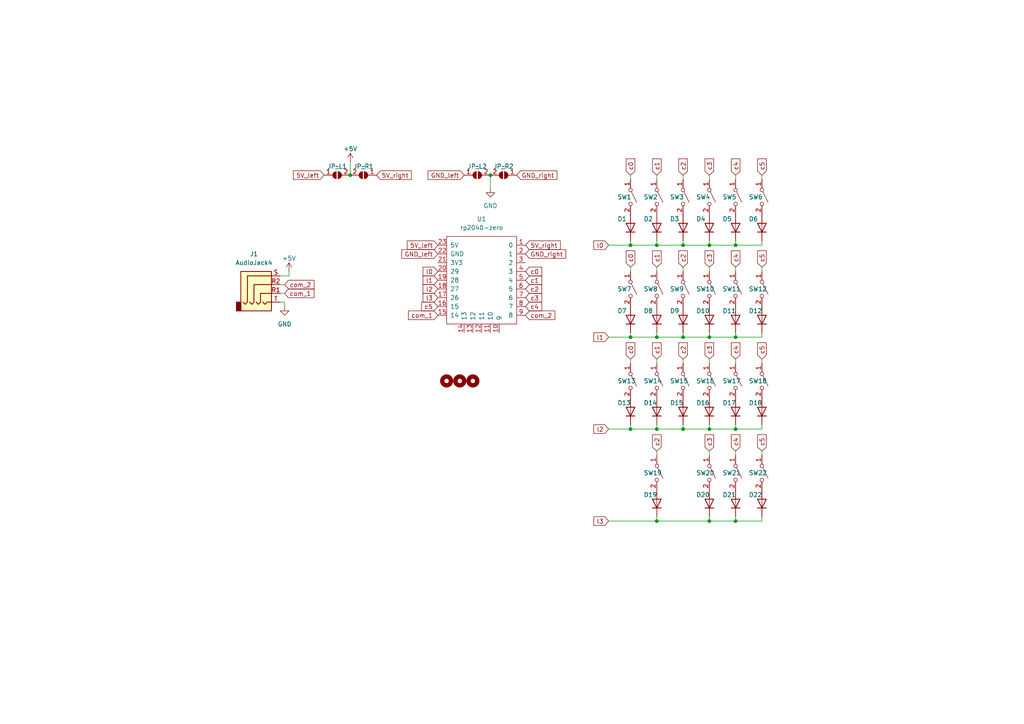
<source format=kicad_sch>
(kicad_sch (version 20230121) (generator eeschema)
  (paper "A4")
  (lib_symbols
    (symbol "Connector_Audio:AudioJack4"
      (property "Reference" "J" (at 0 8.89 0))
      (property "Value" "AudioJack4" (at 0 6.35 0))
      (symbol "AudioJack4_0_1"
        (rectangle (start -6.35 -5.08) (end -7.62 -7.62) (stroke (width 0.254)) (fill (type outline)))
        (polyline (pts (xy 0 -5.08) (xy 0.635 -5.715) (xy 1.27 -5.08) (xy 2.54 -5.08)) (stroke (width 0.254)))
        (polyline (pts (xy -5.715 -5.08) (xy -5.08 -5.715) (xy -4.445 -5.08) (xy -4.445 2.54) (xy 2.54 2.54)) (stroke (width 0.254)))
        (polyline (pts (xy -1.905 -5.08) (xy -1.27 -5.715) (xy -0.635 -5.08) (xy -0.635 -2.54) (xy 2.54 -2.54)) (stroke (width 0.254)))
        (polyline (pts (xy 2.54 0) (xy -2.54 0) (xy -2.54 -5.08) (xy -3.175 -5.715) (xy -3.81 -5.08)) (stroke (width 0.254)))
        (rectangle (start 2.54 3.81) (end -6.35 -7.62) (stroke (width 0.254)) (fill (type background)))
      )
      (symbol "AudioJack4_1_1"
        (pin passive line (at 5.08 -2.54 180) (length 2.54) (name "~") (number "R1"))
        (pin passive line (at 5.08 0 180) (length 2.54) (name "~") (number "R2"))
        (pin passive line (at 5.08 2.54 180) (length 2.54) (name "~") (number "S"))
        (pin passive line (at 5.08 -5.08 180) (length 2.54) (name "~") (number "T"))
      )
    )
    (symbol "Diode:1N4148" (pin_numbers hide) (pin_names hide)
      (property "Reference" "D" (at 0 2.54 0))
      (property "Value" "1N4148" (at 0 -2.54 0))
      (symbol "1N4148_0_1"
        (polyline (pts (xy -1.27 1.27) (xy -1.27 -1.27)) (stroke (width 0.254)))
        (polyline (pts (xy 1.27 0) (xy -1.27 0)))
        (polyline (pts (xy 1.27 1.27) (xy 1.27 -1.27) (xy -1.27 0) (xy 1.27 1.27)) (stroke (width 0.254)))
      )
      (symbol "1N4148_1_1"
        (pin passive line (at -3.81 0 0) (length 2.54) (name "K") (number "1"))
        (pin passive line (at 3.81 0 180) (length 2.54) (name "A") (number "2"))
      )
    )
    (symbol "Jumper:SolderJumper_2_Open" (pin_names (offset 0) hide)
      (property "Reference" "JP" (at 0 2.032 0))
      (property "Value" "SolderJumper_2_Open" (at 0 -2.54 0))
      (symbol "SolderJumper_2_Open_0_1"
        (arc (start -0.254 1.016) (mid -1.2656 0) (end -0.254 -1.016))
        (arc (start -0.254 1.016) (mid -1.2656 0) (end -0.254 -1.016) (fill (type outline)))
        (polyline (pts (xy -0.254 1.016) (xy -0.254 -1.016)))
        (polyline (pts (xy 0.254 1.016) (xy 0.254 -1.016)))
        (arc (start 0.254 -1.016) (mid 1.2656 0) (end 0.254 1.016))
        (arc (start 0.254 -1.016) (mid 1.2656 0) (end 0.254 1.016) (fill (type outline)))
      )
      (symbol "SolderJumper_2_Open_1_1"
        (pin passive line (at -3.81 0 0) (length 2.54) (name "A") (number "1"))
        (pin passive line (at 3.81 0 180) (length 2.54) (name "B") (number "2"))
      )
    )
    (symbol "Mechanical:MountingHole" (pin_names (offset 1.016))
      (property "Reference" "H" (at 0 5.08 0))
      (property "Value" "MountingHole" (at 0 3.175 0))
      (symbol "MountingHole_0_1"
        (circle (center 0 0) (radius 1.27) (stroke (width 1.27)))
      )
    )
    (symbol "Switch:SW_SPST" (pin_names (offset 0) hide)
      (property "Reference" "SW" (at 0 3.175 0))
      (property "Value" "SW_SPST" (at 0 -2.54 0))
      (symbol "SW_SPST_0_0"
        (circle (center -2.032 0) (radius 0.508))
        (polyline (pts (xy -1.524 0.254) (xy 1.524 1.778)))
        (circle (center 2.032 0) (radius 0.508))
      )
      (symbol "SW_SPST_1_1"
        (pin passive line (at -5.08 0 0) (length 2.54) (name "A") (number "1"))
        (pin passive line (at 5.08 0 180) (length 2.54) (name "B") (number "2"))
      )
    )
    (symbol "mcu:rp2040-zero" (pin_names (offset 1.016))
      (property "Reference" "U" (at 0 15.24 0))
      (property "Value" "rp2040-zero" (at 0 12.7 0))
      (symbol "rp2040-zero_0_1"
        (rectangle (start -10.16 11.43) (end 10.16 -13.97))
      )
      (symbol "rp2040-zero_1_1"
        (pin bidirectional line (at 12.7 8.89 180) (length 2.54) (name "0") (number "1"))
        (pin bidirectional line (at 5.08 -16.51 90) (length 2.54) (name "9") (number "10"))
        (pin bidirectional line (at 2.54 -16.51 90) (length 2.54) (name "10") (number "11"))
        (pin bidirectional line (at 0 -16.51 90) (length 2.54) (name "11") (number "12"))
        (pin bidirectional line (at -2.54 -16.51 90) (length 2.54) (name "12") (number "13"))
        (pin bidirectional line (at -5.08 -16.51 90) (length 2.54) (name "13") (number "14"))
        (pin bidirectional line (at -12.7 -11.43 0) (length 2.54) (name "14") (number "15"))
        (pin bidirectional line (at -12.7 -8.89 0) (length 2.54) (name "15") (number "16"))
        (pin bidirectional line (at -12.7 -6.35 0) (length 2.54) (name "26") (number "17"))
        (pin bidirectional line (at -12.7 -3.81 0) (length 2.54) (name "27") (number "18"))
        (pin bidirectional line (at -12.7 -1.27 0) (length 2.54) (name "28") (number "19"))
        (pin bidirectional line (at 12.7 6.35 180) (length 2.54) (name "1") (number "2"))
        (pin bidirectional line (at -12.7 1.27 0) (length 2.54) (name "29") (number "20"))
        (pin power_out line (at -12.7 3.81 0) (length 2.54) (name "3V3") (number "21"))
        (pin power_out line (at -12.7 6.35 0) (length 2.54) (name "GND") (number "22"))
        (pin power_out line (at -12.7 8.89 0) (length 2.54) (name "5V") (number "23"))
        (pin bidirectional line (at 12.7 3.81 180) (length 2.54) (name "2") (number "3"))
        (pin bidirectional line (at 12.7 1.27 180) (length 2.54) (name "3") (number "4"))
        (pin bidirectional line (at 12.7 -1.27 180) (length 2.54) (name "4") (number "5"))
        (pin bidirectional line (at 12.7 -3.81 180) (length 2.54) (name "5") (number "6"))
        (pin bidirectional line (at 12.7 -6.35 180) (length 2.54) (name "6") (number "7"))
        (pin bidirectional line (at 12.7 -8.89 180) (length 2.54) (name "7") (number "8"))
        (pin bidirectional line (at 12.7 -11.43 180) (length 2.54) (name "8") (number "9"))
      )
    )
    (symbol "power:+5V" (power) (pin_names (offset 0))
      (property "Value" "+5V" (at 0 3.556 0))
      (symbol "+5V_0_1"
        (polyline (pts (xy -0.762 1.27) (xy 0 2.54)))
        (polyline (pts (xy 0 0) (xy 0 2.54)))
        (polyline (pts (xy 0 2.54) (xy 0.762 1.27)))
      )
      (symbol "+5V_1_1"
        (pin power_in line (at 0 0 90) (length 0) hide (name "+5V") (number "1"))
      )
    )
    (symbol "power:GND" (power) (pin_names (offset 0))
      (property "Value" "GND" (at 0 -3.81 0))
      (symbol "GND_0_1"
        (polyline (pts (xy 0 0) (xy 0 -1.27) (xy 1.27 -1.27) (xy 0 -2.54) (xy -1.27 -1.27) (xy 0 -1.27)))
      )
      (symbol "GND_1_1"
        (pin power_in line (at 0 0 270) (length 0) hide (name "GND") (number "1"))
      )
    )
  )
  (junction (at 198.12 71.12))
  (junction (at 142.24 50.8))
  (junction (at 213.36 151.13))
  (junction (at 190.5 124.46))
  (junction (at 198.12 97.79))
  (junction (at 190.5 151.13))
  (junction (at 213.36 124.46))
  (junction (at 190.5 71.12))
  (junction (at 213.36 97.79))
  (junction (at 182.88 124.46))
  (junction (at 205.74 97.79))
  (junction (at 198.12 124.46))
  (junction (at 205.74 71.12))
  (junction (at 101.6 50.8))
  (junction (at 205.74 151.13))
  (junction (at 205.74 124.46))
  (junction (at 213.36 71.12))
  (junction (at 182.88 97.79))
  (junction (at 190.5 97.79))
  (junction (at 182.88 71.12))
  (wire (pts (xy 205.74 71.12) (xy 213.36 71.12)))
  (wire (pts (xy 220.98 77.47) (xy 220.98 78.74)))
  (wire (pts (xy 198.12 50.8) (xy 198.12 52.07)))
  (wire (pts (xy 176.53 151.13) (xy 190.5 151.13)))
  (wire (pts (xy 205.74 124.46) (xy 213.36 124.46)))
  (wire (pts (xy 213.36 149.86) (xy 213.36 151.13)))
  (wire (pts (xy 182.88 97.79) (xy 190.5 97.79)))
  (wire (pts (xy 198.12 69.85) (xy 198.12 71.12)))
  (wire (pts (xy 83.82 80.01) (xy 81.28 80.01)))
  (wire (pts (xy 220.98 50.8) (xy 220.98 52.07)))
  (wire (pts (xy 182.88 69.85) (xy 182.88 71.12)))
  (wire (pts (xy 101.6 46.99) (xy 101.6 50.8)))
  (wire (pts (xy 205.74 50.8) (xy 205.74 52.07)))
  (wire (pts (xy 220.98 149.86) (xy 220.98 151.13)))
  (wire (pts (xy 190.5 97.79) (xy 198.12 97.79)))
  (wire (pts (xy 213.36 96.52) (xy 213.36 97.79)))
  (wire (pts (xy 205.74 69.85) (xy 205.74 71.12)))
  (wire (pts (xy 205.74 151.13) (xy 213.36 151.13)))
  (wire (pts (xy 198.12 123.19) (xy 198.12 124.46)))
  (wire (pts (xy 190.5 77.47) (xy 190.5 78.74)))
  (wire (pts (xy 182.88 96.52) (xy 182.88 97.79)))
  (wire (pts (xy 176.53 124.46) (xy 182.88 124.46)))
  (wire (pts (xy 190.5 151.13) (xy 205.74 151.13)))
  (wire (pts (xy 213.36 130.81) (xy 213.36 132.08)))
  (wire (pts (xy 213.36 77.47) (xy 213.36 78.74)))
  (wire (pts (xy 182.88 123.19) (xy 182.88 124.46)))
  (wire (pts (xy 205.74 149.86) (xy 205.74 151.13)))
  (wire (pts (xy 213.36 104.14) (xy 213.36 105.41)))
  (wire (pts (xy 176.53 97.79) (xy 182.88 97.79)))
  (wire (pts (xy 213.36 124.46) (xy 220.98 124.46)))
  (wire (pts (xy 182.88 71.12) (xy 190.5 71.12)))
  (wire (pts (xy 205.74 104.14) (xy 205.74 105.41)))
  (wire (pts (xy 190.5 69.85) (xy 190.5 71.12)))
  (wire (pts (xy 213.36 71.12) (xy 220.98 71.12)))
  (wire (pts (xy 81.28 87.63) (xy 82.55 87.63)))
  (wire (pts (xy 182.88 77.47) (xy 182.88 78.74)))
  (wire (pts (xy 190.5 149.86) (xy 190.5 151.13)))
  (wire (pts (xy 198.12 71.12) (xy 205.74 71.12)))
  (wire (pts (xy 205.74 97.79) (xy 213.36 97.79)))
  (wire (pts (xy 190.5 96.52) (xy 190.5 97.79)))
  (wire (pts (xy 213.36 151.13) (xy 220.98 151.13)))
  (wire (pts (xy 198.12 97.79) (xy 205.74 97.79)))
  (wire (pts (xy 83.82 78.74) (xy 83.82 80.01)))
  (wire (pts (xy 198.12 104.14) (xy 198.12 105.41)))
  (wire (pts (xy 213.36 50.8) (xy 213.36 52.07)))
  (wire (pts (xy 190.5 123.19) (xy 190.5 124.46)))
  (wire (pts (xy 205.74 77.47) (xy 205.74 78.74)))
  (wire (pts (xy 220.98 130.81) (xy 220.98 132.08)))
  (wire (pts (xy 182.88 124.46) (xy 190.5 124.46)))
  (wire (pts (xy 220.98 96.52) (xy 220.98 97.79)))
  (wire (pts (xy 220.98 69.85) (xy 220.98 71.12)))
  (wire (pts (xy 213.36 69.85) (xy 213.36 71.12)))
  (wire (pts (xy 142.24 50.8) (xy 142.24 54.61)))
  (wire (pts (xy 182.88 104.14) (xy 182.88 105.41)))
  (wire (pts (xy 213.36 123.19) (xy 213.36 124.46)))
  (wire (pts (xy 190.5 50.8) (xy 190.5 52.07)))
  (wire (pts (xy 81.28 85.09) (xy 82.55 85.09)))
  (wire (pts (xy 198.12 124.46) (xy 205.74 124.46)))
  (wire (pts (xy 220.98 104.14) (xy 220.98 105.41)))
  (wire (pts (xy 220.98 123.19) (xy 220.98 124.46)))
  (wire (pts (xy 205.74 96.52) (xy 205.74 97.79)))
  (wire (pts (xy 82.55 87.63) (xy 82.55 88.9)))
  (wire (pts (xy 190.5 71.12) (xy 198.12 71.12)))
  (wire (pts (xy 213.36 97.79) (xy 220.98 97.79)))
  (wire (pts (xy 182.88 50.8) (xy 182.88 52.07)))
  (wire (pts (xy 81.28 82.55) (xy 82.55 82.55)))
  (wire (pts (xy 205.74 130.81) (xy 205.74 132.08)))
  (wire (pts (xy 190.5 104.14) (xy 190.5 105.41)))
  (wire (pts (xy 198.12 96.52) (xy 198.12 97.79)))
  (wire (pts (xy 190.5 130.81) (xy 190.5 132.08)))
  (wire (pts (xy 176.53 71.12) (xy 182.88 71.12)))
  (wire (pts (xy 190.5 124.46) (xy 198.12 124.46)))
  (wire (pts (xy 198.12 77.47) (xy 198.12 78.74)))
  (wire (pts (xy 205.74 123.19) (xy 205.74 124.46)))
  (global_label "c4" (shape input) (at 213.36 50.8 90) (property "Intersheetrefs" "${INTERSHEET_REFS}" (effects hide)))
  (global_label "l2" (shape input) (at 176.53 124.46 180) (property "Intersheetrefs" "${INTERSHEET_REFS}" (effects hide)))
  (global_label "c5" (shape input) (at 220.98 50.8 90) (property "Intersheetrefs" "${INTERSHEET_REFS}" (effects hide)))
  (global_label "c4" (shape input) (at 213.36 104.14 90) (property "Intersheetrefs" "${INTERSHEET_REFS}" (effects hide)))
  (global_label "c0" (shape input) (at 182.88 50.8 90) (property "Intersheetrefs" "${INTERSHEET_REFS}" (effects hide)))
  (global_label "com_1" (shape input) (at 82.55 85.09 0) (property "Intersheetrefs" "${INTERSHEET_REFS}" (effects hide)))
  (global_label "c3" (shape input) (at 205.74 77.47 90) (property "Intersheetrefs" "${INTERSHEET_REFS}" (effects hide)))
  (global_label "com_2" (shape input) (at 152.4 91.44 0) (property "Intersheetrefs" "${INTERSHEET_REFS}" (effects hide)))
  (global_label "l1" (shape input) (at 176.53 97.79 180) (property "Intersheetrefs" "${INTERSHEET_REFS}" (effects hide)))
  (global_label "GND_right" (shape input) (at 149.86 50.8 0) (property "Intersheetrefs" "${INTERSHEET_REFS}" (effects hide)))
  (global_label "l1" (shape input) (at 127 81.28 180) (property "Intersheetrefs" "${INTERSHEET_REFS}" (effects hide)))
  (global_label "5V_left" (shape input) (at 127 71.12 180) (property "Intersheetrefs" "${INTERSHEET_REFS}" (effects hide)))
  (global_label "c2" (shape input) (at 190.5 130.81 90) (property "Intersheetrefs" "${INTERSHEET_REFS}" (effects hide)))
  (global_label "c2" (shape input) (at 198.12 50.8 90) (property "Intersheetrefs" "${INTERSHEET_REFS}" (effects hide)))
  (global_label "c5" (shape input) (at 220.98 104.14 90) (property "Intersheetrefs" "${INTERSHEET_REFS}" (effects hide)))
  (global_label "5V_right" (shape input) (at 109.22 50.8 0) (property "Intersheetrefs" "${INTERSHEET_REFS}" (effects hide)))
  (global_label "l0" (shape input) (at 127 78.74 180) (property "Intersheetrefs" "${INTERSHEET_REFS}" (effects hide)))
  (global_label "GND_left" (shape input) (at 127 73.66 180) (property "Intersheetrefs" "${INTERSHEET_REFS}" (effects hide)))
  (global_label "c5" (shape input) (at 127 88.9 180) (property "Intersheetrefs" "${INTERSHEET_REFS}" (effects hide)))
  (global_label "c2" (shape input) (at 198.12 104.14 90) (property "Intersheetrefs" "${INTERSHEET_REFS}" (effects hide)))
  (global_label "c4" (shape input) (at 213.36 130.81 90) (property "Intersheetrefs" "${INTERSHEET_REFS}" (effects hide)))
  (global_label "c2" (shape input) (at 198.12 77.47 90) (property "Intersheetrefs" "${INTERSHEET_REFS}" (effects hide)))
  (global_label "c0" (shape input) (at 182.88 104.14 90) (property "Intersheetrefs" "${INTERSHEET_REFS}" (effects hide)))
  (global_label "GND_right" (shape input) (at 152.4 73.66 0) (property "Intersheetrefs" "${INTERSHEET_REFS}" (effects hide)))
  (global_label "c1" (shape input) (at 190.5 104.14 90) (property "Intersheetrefs" "${INTERSHEET_REFS}" (effects hide)))
  (global_label "l3" (shape input) (at 127 86.36 180) (property "Intersheetrefs" "${INTERSHEET_REFS}" (effects hide)))
  (global_label "l3" (shape input) (at 176.53 151.13 180) (property "Intersheetrefs" "${INTERSHEET_REFS}" (effects hide)))
  (global_label "c4" (shape input) (at 213.36 77.47 90) (property "Intersheetrefs" "${INTERSHEET_REFS}" (effects hide)))
  (global_label "5V_right" (shape input) (at 152.4 71.12 0) (property "Intersheetrefs" "${INTERSHEET_REFS}" (effects hide)))
  (global_label "com_2" (shape input) (at 82.55 82.55 0) (property "Intersheetrefs" "${INTERSHEET_REFS}" (effects hide)))
  (global_label "l2" (shape input) (at 127 83.82 180) (property "Intersheetrefs" "${INTERSHEET_REFS}" (effects hide)))
  (global_label "c0" (shape input) (at 152.4 78.74 0) (property "Intersheetrefs" "${INTERSHEET_REFS}" (effects hide)))
  (global_label "c2" (shape input) (at 152.4 83.82 0) (property "Intersheetrefs" "${INTERSHEET_REFS}" (effects hide)))
  (global_label "c3" (shape input) (at 205.74 104.14 90) (property "Intersheetrefs" "${INTERSHEET_REFS}" (effects hide)))
  (global_label "c1" (shape input) (at 190.5 77.47 90) (property "Intersheetrefs" "${INTERSHEET_REFS}" (effects hide)))
  (global_label "c1" (shape input) (at 190.5 50.8 90) (property "Intersheetrefs" "${INTERSHEET_REFS}" (effects hide)))
  (global_label "l0" (shape input) (at 176.53 71.12 180) (property "Intersheetrefs" "${INTERSHEET_REFS}" (effects hide)))
  (global_label "5V_left" (shape input) (at 93.98 50.8 180) (property "Intersheetrefs" "${INTERSHEET_REFS}" (effects hide)))
  (global_label "c1" (shape input) (at 152.4 81.28 0) (property "Intersheetrefs" "${INTERSHEET_REFS}" (effects hide)))
  (global_label "com_1" (shape input) (at 127 91.44 180) (property "Intersheetrefs" "${INTERSHEET_REFS}" (effects hide)))
  (global_label "c3" (shape input) (at 205.74 130.81 90) (property "Intersheetrefs" "${INTERSHEET_REFS}" (effects hide)))
  (global_label "c3" (shape input) (at 152.4 86.36 0) (property "Intersheetrefs" "${INTERSHEET_REFS}" (effects hide)))
  (global_label "c5" (shape input) (at 220.98 130.81 90) (property "Intersheetrefs" "${INTERSHEET_REFS}" (effects hide)))
  (global_label "c5" (shape input) (at 220.98 77.47 90) (property "Intersheetrefs" "${INTERSHEET_REFS}" (effects hide)))
  (global_label "c0" (shape input) (at 182.88 77.47 90) (property "Intersheetrefs" "${INTERSHEET_REFS}" (effects hide)))
  (global_label "c3" (shape input) (at 205.74 50.8 90) (property "Intersheetrefs" "${INTERSHEET_REFS}" (effects hide)))
  (global_label "GND_left" (shape input) (at 134.62 50.8 180) (property "Intersheetrefs" "${INTERSHEET_REFS}" (effects hide)))
  (global_label "c4" (shape input) (at 152.4 88.9 0) (property "Intersheetrefs" "${INTERSHEET_REFS}" (effects hide)))
  (symbol (lib_id "power:+5V") (at 101.6 46.99 0) (unit 1)
    (property "Reference" "#PWR01" (effects hide))
    (property "Value" "+5V" (at 101.6 43.18 0))
  )
  (symbol (lib_id "Switch:SW_SPST") (at 220.98 57.15 270) (unit 1)
    (property "Reference" "SW6" (at 217.17 57.15 90) (effects (justify left)))
    (property "Value" "SW_SPST" (effects hide))
    (property "Footprint" "lib:SW_MX_reversible" (effects hide))
  )
  (symbol (lib_id "Diode:1N4148") (at 205.74 119.38 90) (unit 1)
    (property "Reference" "D16" (at 201.93 116.84 90) (effects (justify right)))
    (property "Value" "1N4148" (effects hide))
    (property "Footprint" "Diode_THT:D_DO-35_SOD27_P7.62mm_Horizontal" (effects hide))
    (property "Datasheet" "https://assets.nexperia.com/documents/data-sheet/1N4148_1N4448.pdf" (effects hide))
    (property "Sim.Device" "D" (effects hide))
    (property "Sim.Pins" "1=K 2=A" (effects hide))
  )
  (symbol (lib_id "Jumper:SolderJumper_2_Open") (at 138.43 50.8 0) (unit 1)
    (property "Reference" "JP_L2" (at 138.43 48.26 0))
    (property "Value" "~" (at 138.43 48.26 0))
    (property "Footprint" "lib:SolderJumper-2_P1.3mm_Open_RoundedPad1.0x1.5mm" (effects hide))
  )
  (symbol (lib_id "Jumper:SolderJumper_2_Open") (at 146.05 50.8 0) (mirror y) (unit 1)
    (property "Reference" "JP_R2" (at 146.05 48.26 0))
    (property "Value" "~" (at 146.05 48.26 0))
    (property "Footprint" "lib:SolderJumper-2_P1.3mm_Open_RoundedPad1.0x1.5mm" (effects hide))
  )
  (symbol (lib_id "Diode:1N4148") (at 182.88 119.38 90) (unit 1)
    (property "Reference" "D13" (at 179.07 116.84 90) (effects (justify right)))
    (property "Value" "1N4148" (effects hide))
    (property "Footprint" "Diode_THT:D_DO-35_SOD27_P7.62mm_Horizontal" (effects hide))
    (property "Datasheet" "https://assets.nexperia.com/documents/data-sheet/1N4148_1N4448.pdf" (effects hide))
    (property "Sim.Device" "D" (effects hide))
    (property "Sim.Pins" "1=K 2=A" (effects hide))
  )
  (symbol (lib_id "Switch:SW_SPST") (at 205.74 137.16 270) (unit 1)
    (property "Reference" "SW20" (at 201.93 137.16 90) (effects (justify left)))
    (property "Value" "SW_SPST" (effects hide))
    (property "Footprint" "lib:SW_MX_reversible" (effects hide))
  )
  (symbol (lib_id "power:GND") (at 142.24 54.61 0) (unit 1)
    (property "Reference" "#PWR02" (effects hide))
    (property "Value" "GND" (at 142.24 59.69 0))
  )
  (symbol (lib_id "Switch:SW_SPST") (at 213.36 110.49 270) (unit 1)
    (property "Reference" "SW17" (at 209.55 110.49 90) (effects (justify left)))
    (property "Value" "SW_SPST" (effects hide))
    (property "Footprint" "lib:SW_MX_reversible" (effects hide))
  )
  (symbol (lib_id "Switch:SW_SPST") (at 182.88 110.49 270) (unit 1)
    (property "Reference" "SW13" (at 179.07 110.49 90) (effects (justify left)))
    (property "Value" "SW_SPST" (effects hide))
    (property "Footprint" "lib:SW_MX_reversible" (effects hide))
  )
  (symbol (lib_id "Switch:SW_SPST") (at 190.5 137.16 270) (unit 1)
    (property "Reference" "SW19" (at 186.69 137.16 90) (effects (justify left)))
    (property "Value" "SW_SPST" (effects hide))
    (property "Footprint" "lib:SW_MX_reversible" (effects hide))
  )
  (symbol (lib_id "Switch:SW_SPST") (at 220.98 110.49 270) (unit 1)
    (property "Reference" "SW18" (at 217.17 110.49 90) (effects (justify left)))
    (property "Value" "SW_SPST" (effects hide))
    (property "Footprint" "lib:SW_MX_reversible" (effects hide))
  )
  (symbol (lib_id "Diode:1N4148") (at 182.88 66.04 90) (unit 1)
    (property "Reference" "D1" (at 179.07 63.5 90) (effects (justify right)))
    (property "Value" "1N4148" (effects hide))
    (property "Footprint" "Diode_THT:D_DO-35_SOD27_P7.62mm_Horizontal" (effects hide))
    (property "Datasheet" "https://assets.nexperia.com/documents/data-sheet/1N4148_1N4448.pdf" (effects hide))
    (property "Sim.Device" "D" (effects hide))
    (property "Sim.Pins" "1=K 2=A" (effects hide))
  )
  (symbol (lib_id "Switch:SW_SPST") (at 205.74 110.49 270) (unit 1)
    (property "Reference" "SW16" (at 201.93 110.49 90) (effects (justify left)))
    (property "Value" "SW_SPST" (effects hide))
    (property "Footprint" "lib:SW_MX_reversible" (effects hide))
  )
  (symbol (lib_id "Connector_Audio:AudioJack4") (at 76.2 82.55 0) (unit 1)
    (property "Reference" "J1" (at 73.66 73.66 0))
    (property "Value" "AudioJack4" (at 73.66 76.2 0))
    (property "Footprint" "lib:TRRS-PJ-320A_reversible" (effects hide))
  )
  (symbol (lib_id "Switch:SW_SPST") (at 182.88 83.82 270) (unit 1)
    (property "Reference" "SW7" (at 179.07 83.82 90) (effects (justify left)))
    (property "Value" "SW_SPST" (effects hide))
    (property "Footprint" "lib:SW_MX_reversible" (effects hide))
  )
  (symbol (lib_id "Diode:1N4148") (at 198.12 66.04 90) (unit 1)
    (property "Reference" "D3" (at 194.31 63.5 90) (effects (justify right)))
    (property "Value" "1N4148" (effects hide))
    (property "Footprint" "Diode_THT:D_DO-35_SOD27_P7.62mm_Horizontal" (effects hide))
    (property "Datasheet" "https://assets.nexperia.com/documents/data-sheet/1N4148_1N4448.pdf" (effects hide))
    (property "Sim.Device" "D" (effects hide))
    (property "Sim.Pins" "1=K 2=A" (effects hide))
  )
  (symbol (lib_id "Diode:1N4148") (at 220.98 119.38 90) (unit 1)
    (property "Reference" "D18" (at 217.17 116.84 90) (effects (justify right)))
    (property "Value" "1N4148" (effects hide))
    (property "Footprint" "Diode_THT:D_DO-35_SOD27_P7.62mm_Horizontal" (effects hide))
    (property "Datasheet" "https://assets.nexperia.com/documents/data-sheet/1N4148_1N4448.pdf" (effects hide))
    (property "Sim.Device" "D" (effects hide))
    (property "Sim.Pins" "1=K 2=A" (effects hide))
  )
  (symbol (lib_id "Switch:SW_SPST") (at 198.12 57.15 270) (unit 1)
    (property "Reference" "SW3" (at 194.31 57.15 90) (effects (justify left)))
    (property "Value" "SW_SPST" (effects hide))
    (property "Footprint" "lib:SW_MX_reversible" (effects hide))
  )
  (symbol (lib_id "Diode:1N4148") (at 182.88 92.71 90) (unit 1)
    (property "Reference" "D7" (at 179.07 90.17 90) (effects (justify right)))
    (property "Value" "1N4148" (effects hide))
    (property "Footprint" "Diode_THT:D_DO-35_SOD27_P7.62mm_Horizontal" (effects hide))
    (property "Datasheet" "https://assets.nexperia.com/documents/data-sheet/1N4148_1N4448.pdf" (effects hide))
    (property "Sim.Device" "D" (effects hide))
    (property "Sim.Pins" "1=K 2=A" (effects hide))
  )
  (symbol (lib_id "Diode:1N4148") (at 190.5 66.04 90) (unit 1)
    (property "Reference" "D2" (at 186.69 63.5 90) (effects (justify right)))
    (property "Value" "1N4148" (effects hide))
    (property "Footprint" "Diode_THT:D_DO-35_SOD27_P7.62mm_Horizontal" (effects hide))
    (property "Datasheet" "https://assets.nexperia.com/documents/data-sheet/1N4148_1N4448.pdf" (effects hide))
    (property "Sim.Device" "D" (effects hide))
    (property "Sim.Pins" "1=K 2=A" (effects hide))
  )
  (symbol (lib_id "Switch:SW_SPST") (at 190.5 110.49 270) (unit 1)
    (property "Reference" "SW14" (at 186.69 110.49 90) (effects (justify left)))
    (property "Value" "SW_SPST" (effects hide))
    (property "Footprint" "lib:SW_MX_reversible" (effects hide))
  )
  (symbol (lib_id "Diode:1N4148") (at 213.36 146.05 90) (unit 1)
    (property "Reference" "D21" (at 209.55 143.51 90) (effects (justify right)))
    (property "Value" "1N4148" (effects hide))
    (property "Footprint" "Diode_THT:D_DO-35_SOD27_P7.62mm_Horizontal" (effects hide))
    (property "Datasheet" "https://assets.nexperia.com/documents/data-sheet/1N4148_1N4448.pdf" (effects hide))
    (property "Sim.Device" "D" (effects hide))
    (property "Sim.Pins" "1=K 2=A" (effects hide))
  )
  (symbol (lib_id "Diode:1N4148") (at 198.12 119.38 90) (unit 1)
    (property "Reference" "D15" (at 194.31 116.84 90) (effects (justify right)))
    (property "Value" "1N4148" (effects hide))
    (property "Footprint" "Diode_THT:D_DO-35_SOD27_P7.62mm_Horizontal" (effects hide))
    (property "Datasheet" "https://assets.nexperia.com/documents/data-sheet/1N4148_1N4448.pdf" (effects hide))
    (property "Sim.Device" "D" (effects hide))
    (property "Sim.Pins" "1=K 2=A" (effects hide))
  )
  (symbol (lib_id "Diode:1N4148") (at 198.12 92.71 90) (unit 1)
    (property "Reference" "D9" (at 194.31 90.17 90) (effects (justify right)))
    (property "Value" "1N4148" (effects hide))
    (property "Footprint" "Diode_THT:D_DO-35_SOD27_P7.62mm_Horizontal" (effects hide))
    (property "Datasheet" "https://assets.nexperia.com/documents/data-sheet/1N4148_1N4448.pdf" (effects hide))
    (property "Sim.Device" "D" (effects hide))
    (property "Sim.Pins" "1=K 2=A" (effects hide))
  )
  (symbol (lib_id "Jumper:SolderJumper_2_Open") (at 105.41 50.8 0) (mirror y) (unit 1)
    (property "Reference" "JP_R1" (at 105.41 48.26 0))
    (property "Value" "~" (at 105.41 48.26 0))
    (property "Footprint" "lib:SolderJumper-2_P1.3mm_Open_RoundedPad1.0x1.5mm" (effects hide))
  )
  (symbol (lib_id "Switch:SW_SPST") (at 190.5 57.15 270) (unit 1)
    (property "Reference" "SW2" (at 186.69 57.15 90) (effects (justify left)))
    (property "Value" "SW_SPST" (effects hide))
    (property "Footprint" "lib:SW_MX_reversible" (effects hide))
  )
  (symbol (lib_id "Diode:1N4148") (at 205.74 66.04 90) (unit 1)
    (property "Reference" "D4" (at 201.93 63.5 90) (effects (justify right)))
    (property "Value" "1N4148" (effects hide))
    (property "Footprint" "Diode_THT:D_DO-35_SOD27_P7.62mm_Horizontal" (effects hide))
    (property "Datasheet" "https://assets.nexperia.com/documents/data-sheet/1N4148_1N4448.pdf" (effects hide))
    (property "Sim.Device" "D" (effects hide))
    (property "Sim.Pins" "1=K 2=A" (effects hide))
  )
  (symbol (lib_id "mcu:rp2040-zero") (at 139.7 80.01 0) (unit 1)
    (property "Reference" "U1" (at 139.7 63.5 0))
    (property "Value" "rp2040-zero" (at 139.7 66.04 0))
    (property "Footprint" "_mcu:rp2040-zero-tht" (effects hide))
  )
  (symbol (lib_id "Diode:1N4148") (at 205.74 92.71 90) (unit 1)
    (property "Reference" "D10" (at 201.93 90.17 90) (effects (justify right)))
    (property "Value" "1N4148" (effects hide))
    (property "Footprint" "Diode_THT:D_DO-35_SOD27_P7.62mm_Horizontal" (effects hide))
    (property "Datasheet" "https://assets.nexperia.com/documents/data-sheet/1N4148_1N4448.pdf" (effects hide))
    (property "Sim.Device" "D" (effects hide))
    (property "Sim.Pins" "1=K 2=A" (effects hide))
  )
  (symbol (lib_id "Diode:1N4148") (at 205.74 146.05 90) (unit 1)
    (property "Reference" "D20" (at 201.93 143.51 90) (effects (justify right)))
    (property "Value" "1N4148" (effects hide))
    (property "Footprint" "Diode_THT:D_DO-35_SOD27_P7.62mm_Horizontal" (effects hide))
    (property "Datasheet" "https://assets.nexperia.com/documents/data-sheet/1N4148_1N4448.pdf" (effects hide))
    (property "Sim.Device" "D" (effects hide))
    (property "Sim.Pins" "1=K 2=A" (effects hide))
  )
  (symbol (lib_id "Mechanical:MountingHole") (at 137.16 110.49 0) (unit 1)
    (property "Reference" "H3" (effects hide))
    (property "Value" "MountingHole" (effects hide))
    (property "Footprint" "MountingHole:MountingHole_2.2mm_M2" (effects hide))
  )
  (symbol (lib_id "Mechanical:MountingHole") (at 133.35 110.49 0) (unit 1)
    (property "Reference" "H2" (effects hide))
    (property "Value" "MountingHole" (effects hide))
    (property "Footprint" "MountingHole:MountingHole_2.2mm_M2" (effects hide))
  )
  (symbol (lib_id "Switch:SW_SPST") (at 220.98 83.82 270) (unit 1)
    (property "Reference" "SW12" (at 217.17 83.82 90) (effects (justify left)))
    (property "Value" "SW_SPST" (effects hide))
    (property "Footprint" "lib:SW_MX_reversible" (effects hide))
  )
  (symbol (lib_id "Diode:1N4148") (at 220.98 92.71 90) (unit 1)
    (property "Reference" "D12" (at 217.17 90.17 90) (effects (justify right)))
    (property "Value" "1N4148" (effects hide))
    (property "Footprint" "Diode_THT:D_DO-35_SOD27_P7.62mm_Horizontal" (effects hide))
    (property "Datasheet" "https://assets.nexperia.com/documents/data-sheet/1N4148_1N4448.pdf" (effects hide))
    (property "Sim.Device" "D" (effects hide))
    (property "Sim.Pins" "1=K 2=A" (effects hide))
  )
  (symbol (lib_id "Switch:SW_SPST") (at 213.36 137.16 270) (unit 1)
    (property "Reference" "SW21" (at 209.55 137.16 90) (effects (justify left)))
    (property "Value" "SW_SPST" (effects hide))
    (property "Footprint" "lib:SW_MX_reversible" (effects hide))
  )
  (symbol (lib_id "Mechanical:MountingHole") (at 129.54 110.49 0) (unit 1)
    (property "Reference" "H1" (effects hide))
    (property "Value" "MountingHole" (effects hide))
    (property "Footprint" "MountingHole:MountingHole_2.2mm_M2" (effects hide))
  )
  (symbol (lib_id "Switch:SW_SPST") (at 205.74 83.82 270) (unit 1)
    (property "Reference" "SW10" (at 201.93 83.82 90) (effects (justify left)))
    (property "Value" "SW_SPST" (effects hide))
    (property "Footprint" "lib:SW_MX_reversible" (effects hide))
  )
  (symbol (lib_id "Diode:1N4148") (at 190.5 92.71 90) (unit 1)
    (property "Reference" "D8" (at 186.69 90.17 90) (effects (justify right)))
    (property "Value" "1N4148" (effects hide))
    (property "Footprint" "Diode_THT:D_DO-35_SOD27_P7.62mm_Horizontal" (effects hide))
    (property "Datasheet" "https://assets.nexperia.com/documents/data-sheet/1N4148_1N4448.pdf" (effects hide))
    (property "Sim.Device" "D" (effects hide))
    (property "Sim.Pins" "1=K 2=A" (effects hide))
  )
  (symbol (lib_id "Diode:1N4148") (at 190.5 146.05 90) (unit 1)
    (property "Reference" "D19" (at 186.69 143.51 90) (effects (justify right)))
    (property "Value" "1N4148" (effects hide))
    (property "Footprint" "Diode_THT:D_DO-35_SOD27_P7.62mm_Horizontal" (effects hide))
    (property "Datasheet" "https://assets.nexperia.com/documents/data-sheet/1N4148_1N4448.pdf" (effects hide))
    (property "Sim.Device" "D" (effects hide))
    (property "Sim.Pins" "1=K 2=A" (effects hide))
  )
  (symbol (lib_id "Switch:SW_SPST") (at 190.5 83.82 270) (unit 1)
    (property "Reference" "SW8" (at 186.69 83.82 90) (effects (justify left)))
    (property "Value" "SW_SPST" (effects hide))
    (property "Footprint" "lib:SW_MX_reversible" (effects hide))
  )
  (symbol (lib_id "Diode:1N4148") (at 190.5 119.38 90) (unit 1)
    (property "Reference" "D14" (at 186.69 116.84 90) (effects (justify right)))
    (property "Value" "1N4148" (effects hide))
    (property "Footprint" "Diode_THT:D_DO-35_SOD27_P7.62mm_Horizontal" (effects hide))
    (property "Datasheet" "https://assets.nexperia.com/documents/data-sheet/1N4148_1N4448.pdf" (effects hide))
    (property "Sim.Device" "D" (effects hide))
    (property "Sim.Pins" "1=K 2=A" (effects hide))
  )
  (symbol (lib_id "Switch:SW_SPST") (at 198.12 83.82 270) (unit 1)
    (property "Reference" "SW9" (at 194.31 83.82 90) (effects (justify left)))
    (property "Value" "SW_SPST" (effects hide))
    (property "Footprint" "lib:SW_MX_reversible" (effects hide))
  )
  (symbol (lib_id "Switch:SW_SPST") (at 213.36 83.82 270) (unit 1)
    (property "Reference" "SW11" (at 209.55 83.82 90) (effects (justify left)))
    (property "Value" "SW_SPST" (effects hide))
    (property "Footprint" "lib:SW_MX_reversible" (effects hide))
  )
  (symbol (lib_id "Switch:SW_SPST") (at 182.88 57.15 270) (unit 1)
    (property "Reference" "SW1" (at 179.07 57.15 90) (effects (justify left)))
    (property "Value" "SW_SPST" (effects hide))
    (property "Footprint" "lib:SW_MX_reversible" (effects hide))
  )
  (symbol (lib_id "power:GND") (at 82.55 88.9 0) (unit 1)
    (property "Reference" "#PWR04" (effects hide))
    (property "Value" "GND" (at 82.55 93.98 0))
  )
  (symbol (lib_id "Switch:SW_SPST") (at 198.12 110.49 270) (unit 1)
    (property "Reference" "SW15" (at 194.31 110.49 90) (effects (justify left)))
    (property "Value" "SW_SPST" (effects hide))
    (property "Footprint" "lib:SW_MX_reversible" (effects hide))
  )
  (symbol (lib_id "power:+5V") (at 83.82 78.74 0) (unit 1)
    (property "Reference" "#PWR03" (effects hide))
    (property "Value" "+5V" (at 83.82 74.93 0))
  )
  (symbol (lib_id "Diode:1N4148") (at 220.98 146.05 90) (unit 1)
    (property "Reference" "D22" (at 217.17 143.51 90) (effects (justify right)))
    (property "Value" "1N4148" (effects hide))
    (property "Footprint" "Diode_THT:D_DO-35_SOD27_P7.62mm_Horizontal" (effects hide))
    (property "Datasheet" "https://assets.nexperia.com/documents/data-sheet/1N4148_1N4448.pdf" (effects hide))
    (property "Sim.Device" "D" (effects hide))
    (property "Sim.Pins" "1=K 2=A" (effects hide))
  )
  (symbol (lib_id "Switch:SW_SPST") (at 213.36 57.15 270) (unit 1)
    (property "Reference" "SW5" (at 209.55 57.15 90) (effects (justify left)))
    (property "Value" "SW_SPST" (effects hide))
    (property "Footprint" "lib:SW_MX_reversible" (effects hide))
  )
  (symbol (lib_id "Diode:1N4148") (at 220.98 66.04 90) (unit 1)
    (property "Reference" "D6" (at 217.17 63.5 90) (effects (justify right)))
    (property "Value" "1N4148" (effects hide))
    (property "Footprint" "Diode_THT:D_DO-35_SOD27_P7.62mm_Horizontal" (effects hide))
    (property "Datasheet" "https://assets.nexperia.com/documents/data-sheet/1N4148_1N4448.pdf" (effects hide))
    (property "Sim.Device" "D" (effects hide))
    (property "Sim.Pins" "1=K 2=A" (effects hide))
  )
  (symbol (lib_id "Diode:1N4148") (at 213.36 92.71 90) (unit 1)
    (property "Reference" "D11" (at 209.55 90.17 90) (effects (justify right)))
    (property "Value" "1N4148" (effects hide))
    (property "Footprint" "Diode_THT:D_DO-35_SOD27_P7.62mm_Horizontal" (effects hide))
    (property "Datasheet" "https://assets.nexperia.com/documents/data-sheet/1N4148_1N4448.pdf" (effects hide))
    (property "Sim.Device" "D" (effects hide))
    (property "Sim.Pins" "1=K 2=A" (effects hide))
  )
  (symbol (lib_id "Diode:1N4148") (at 213.36 66.04 90) (unit 1)
    (property "Reference" "D5" (at 209.55 63.5 90) (effects (justify right)))
    (property "Value" "1N4148" (effects hide))
    (property "Footprint" "Diode_THT:D_DO-35_SOD27_P7.62mm_Horizontal" (effects hide))
    (property "Datasheet" "https://assets.nexperia.com/documents/data-sheet/1N4148_1N4448.pdf" (effects hide))
    (property "Sim.Device" "D" (effects hide))
    (property "Sim.Pins" "1=K 2=A" (effects hide))
  )
  (symbol (lib_id "Diode:1N4148") (at 213.36 119.38 90) (unit 1)
    (property "Reference" "D17" (at 209.55 116.84 90) (effects (justify right)))
    (property "Value" "1N4148" (effects hide))
    (property "Footprint" "Diode_THT:D_DO-35_SOD27_P7.62mm_Horizontal" (effects hide))
    (property "Datasheet" "https://assets.nexperia.com/documents/data-sheet/1N4148_1N4448.pdf" (effects hide))
    (property "Sim.Device" "D" (effects hide))
    (property "Sim.Pins" "1=K 2=A" (effects hide))
  )
  (symbol (lib_id "Switch:SW_SPST") (at 205.74 57.15 270) (unit 1)
    (property "Reference" "SW4" (at 201.93 57.15 90) (effects (justify left)))
    (property "Value" "SW_SPST" (effects hide))
    (property "Footprint" "lib:SW_MX_reversible" (effects hide))
  )
  (symbol (lib_id "Jumper:SolderJumper_2_Open") (at 97.79 50.8 0) (unit 1)
    (property "Reference" "JP_L1" (at 97.79 48.26 0))
    (property "Value" "~" (at 97.79 48.26 0))
    (property "Footprint" "lib:SolderJumper-2_P1.3mm_Open_RoundedPad1.0x1.5mm" (effects hide))
  )
  (symbol (lib_id "Switch:SW_SPST") (at 220.98 137.16 270) (unit 1)
    (property "Reference" "SW22" (at 217.17 137.16 90) (effects (justify left)))
    (property "Value" "SW_SPST" (effects hide))
    (property "Footprint" "lib:SW_MX_reversible" (effects hide))
  )
)
</source>
